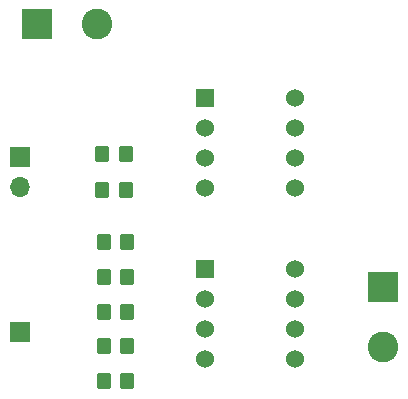
<source format=gbr>
%TF.GenerationSoftware,KiCad,Pcbnew,8.0.5*%
%TF.CreationDate,2024-11-24T21:55:43-06:00*%
%TF.ProjectId,moisture_sensor,6d6f6973-7475-4726-955f-73656e736f72,rev?*%
%TF.SameCoordinates,Original*%
%TF.FileFunction,Soldermask,Top*%
%TF.FilePolarity,Negative*%
%FSLAX46Y46*%
G04 Gerber Fmt 4.6, Leading zero omitted, Abs format (unit mm)*
G04 Created by KiCad (PCBNEW 8.0.5) date 2024-11-24 21:55:43*
%MOMM*%
%LPD*%
G01*
G04 APERTURE LIST*
G04 Aperture macros list*
%AMRoundRect*
0 Rectangle with rounded corners*
0 $1 Rounding radius*
0 $2 $3 $4 $5 $6 $7 $8 $9 X,Y pos of 4 corners*
0 Add a 4 corners polygon primitive as box body*
4,1,4,$2,$3,$4,$5,$6,$7,$8,$9,$2,$3,0*
0 Add four circle primitives for the rounded corners*
1,1,$1+$1,$2,$3*
1,1,$1+$1,$4,$5*
1,1,$1+$1,$6,$7*
1,1,$1+$1,$8,$9*
0 Add four rect primitives between the rounded corners*
20,1,$1+$1,$2,$3,$4,$5,0*
20,1,$1+$1,$4,$5,$6,$7,0*
20,1,$1+$1,$6,$7,$8,$9,0*
20,1,$1+$1,$8,$9,$2,$3,0*%
G04 Aperture macros list end*
%ADD10RoundRect,0.250000X0.350000X0.450000X-0.350000X0.450000X-0.350000X-0.450000X0.350000X-0.450000X0*%
%ADD11R,1.700000X1.700000*%
%ADD12O,1.700000X1.700000*%
%ADD13RoundRect,0.250000X-0.350000X-0.450000X0.350000X-0.450000X0.350000X0.450000X-0.350000X0.450000X0*%
%ADD14R,1.524000X1.524000*%
%ADD15C,1.524000*%
%ADD16R,2.600000X2.600000*%
%ADD17C,2.600000*%
G04 APERTURE END LIST*
D10*
%TO.C,R7*%
X131108400Y-104208800D03*
X129108400Y-104208800D03*
%TD*%
D11*
%TO.C,J1*%
X122000000Y-85225000D03*
D12*
X122000000Y-87765000D03*
%TD*%
D13*
%TO.C,R6*%
X129108400Y-101258800D03*
X131108400Y-101258800D03*
%TD*%
%TO.C,R1*%
X129000000Y-85000000D03*
X131000000Y-85000000D03*
%TD*%
%TO.C,R5*%
X129108400Y-98308800D03*
X131108400Y-98308800D03*
%TD*%
%TO.C,R4*%
X129108400Y-95358800D03*
X131108400Y-95358800D03*
%TD*%
D14*
%TO.C,U2*%
X137690000Y-94690000D03*
D15*
X137690000Y-97230000D03*
X137690000Y-99770000D03*
X137690000Y-102310000D03*
X145310000Y-102310000D03*
X145310000Y-99770000D03*
X145310000Y-97230000D03*
X145310000Y-94690000D03*
%TD*%
D13*
%TO.C,R3*%
X129108400Y-92408800D03*
X131108400Y-92408800D03*
%TD*%
D14*
%TO.C,U1*%
X137690000Y-80190000D03*
D15*
X137690000Y-82730000D03*
X137690000Y-85270000D03*
X137690000Y-87810000D03*
X145310000Y-87810000D03*
X145310000Y-85270000D03*
X145310000Y-82730000D03*
X145310000Y-80190000D03*
%TD*%
D13*
%TO.C,R2*%
X129000000Y-88000000D03*
X131000000Y-88000000D03*
%TD*%
D11*
%TO.C,J4*%
X122000000Y-100000000D03*
%TD*%
D16*
%TO.C,J3*%
X152750000Y-96250000D03*
D17*
X152750000Y-101330000D03*
%TD*%
D16*
%TO.C,J2*%
X123455000Y-74000000D03*
D17*
X128535000Y-74000000D03*
%TD*%
M02*

</source>
